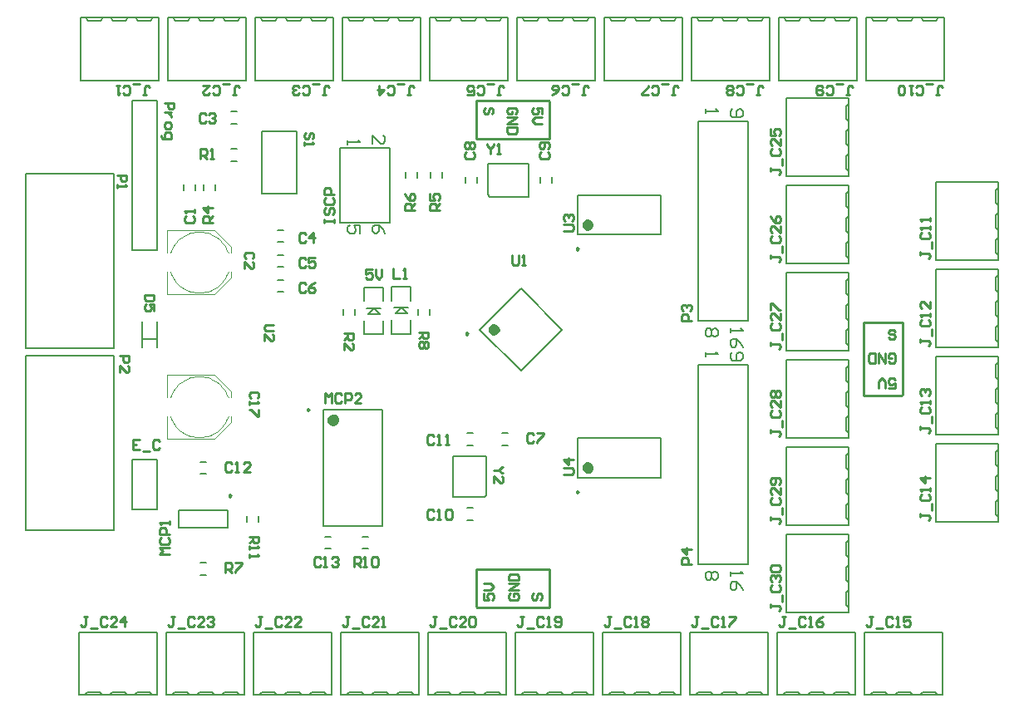
<source format=gto>
G04 Layer_Color=65535*
%FSLAX25Y25*%
%MOIN*%
G70*
G01*
G75*
%ADD26C,0.01000*%
%ADD33C,0.00400*%
%ADD34C,0.02362*%
%ADD35C,0.00984*%
%ADD36C,0.00394*%
%ADD37C,0.00787*%
%ADD38C,0.00600*%
%ADD39C,0.00800*%
D26*
X183000Y38000D02*
Y53000D01*
Y38000D02*
X183500Y37500D01*
X212500D01*
Y53000D01*
X183000D02*
X212500D01*
X338500Y122500D02*
Y152000D01*
X354000D01*
Y123000D02*
Y152000D01*
X353500Y122500D02*
X354000Y123000D01*
X338500Y122500D02*
X353500D01*
X183000Y225500D02*
X212500D01*
X183000D02*
Y241000D01*
X212000D01*
X212500Y240500D01*
Y225500D02*
Y240500D01*
X39000Y211000D02*
X42936D01*
Y209032D01*
X42280Y208376D01*
X40968D01*
X40312Y209032D01*
Y211000D01*
X39000Y207064D02*
Y205752D01*
Y206408D01*
X42936D01*
X42280Y207064D01*
X301064Y38706D02*
Y37394D01*
Y38050D01*
X304344D01*
X305000Y37394D01*
Y36739D01*
X304344Y36083D01*
X305656Y40018D02*
Y42642D01*
X301720Y46578D02*
X301064Y45922D01*
Y44610D01*
X301720Y43954D01*
X304344D01*
X305000Y44610D01*
Y45922D01*
X304344Y46578D01*
X301720Y47890D02*
X301064Y48546D01*
Y49858D01*
X301720Y50514D01*
X302376D01*
X303032Y49858D01*
Y49202D01*
Y49858D01*
X303688Y50514D01*
X304344D01*
X305000Y49858D01*
Y48546D01*
X304344Y47890D01*
X301720Y51826D02*
X301064Y52482D01*
Y53793D01*
X301720Y54449D01*
X304344D01*
X305000Y53793D01*
Y52482D01*
X304344Y51826D01*
X301720D01*
X301064Y73706D02*
Y72395D01*
Y73050D01*
X304344D01*
X305000Y72395D01*
Y71739D01*
X304344Y71083D01*
X305656Y75018D02*
Y77642D01*
X301720Y81578D02*
X301064Y80922D01*
Y79610D01*
X301720Y78954D01*
X304344D01*
X305000Y79610D01*
Y80922D01*
X304344Y81578D01*
X305000Y85514D02*
Y82890D01*
X302376Y85514D01*
X301720D01*
X301064Y84858D01*
Y83546D01*
X301720Y82890D01*
X304344Y86826D02*
X305000Y87481D01*
Y88793D01*
X304344Y89449D01*
X301720D01*
X301064Y88793D01*
Y87481D01*
X301720Y86826D01*
X302376D01*
X303032Y87481D01*
Y89449D01*
X301064Y108706D02*
Y107395D01*
Y108051D01*
X304344D01*
X305000Y107395D01*
Y106739D01*
X304344Y106083D01*
X305656Y110018D02*
Y112642D01*
X301720Y116578D02*
X301064Y115922D01*
Y114610D01*
X301720Y113954D01*
X304344D01*
X305000Y114610D01*
Y115922D01*
X304344Y116578D01*
X305000Y120514D02*
Y117890D01*
X302376Y120514D01*
X301720D01*
X301064Y119858D01*
Y118546D01*
X301720Y117890D01*
Y121826D02*
X301064Y122482D01*
Y123793D01*
X301720Y124449D01*
X302376D01*
X303032Y123793D01*
X303688Y124449D01*
X304344D01*
X305000Y123793D01*
Y122482D01*
X304344Y121826D01*
X303688D01*
X303032Y122482D01*
X302376Y121826D01*
X301720D01*
X303032Y122482D02*
Y123793D01*
X301064Y143706D02*
Y142394D01*
Y143051D01*
X304344D01*
X305000Y142394D01*
Y141739D01*
X304344Y141083D01*
X305656Y145018D02*
Y147642D01*
X301720Y151578D02*
X301064Y150922D01*
Y149610D01*
X301720Y148954D01*
X304344D01*
X305000Y149610D01*
Y150922D01*
X304344Y151578D01*
X305000Y155514D02*
Y152890D01*
X302376Y155514D01*
X301720D01*
X301064Y154858D01*
Y153546D01*
X301720Y152890D01*
X301064Y156826D02*
Y159449D01*
X301720D01*
X304344Y156826D01*
X305000D01*
X301064Y178706D02*
Y177394D01*
Y178050D01*
X304344D01*
X305000Y177394D01*
Y176739D01*
X304344Y176083D01*
X305656Y180018D02*
Y182642D01*
X301720Y186578D02*
X301064Y185922D01*
Y184610D01*
X301720Y183954D01*
X304344D01*
X305000Y184610D01*
Y185922D01*
X304344Y186578D01*
X305000Y190514D02*
Y187890D01*
X302376Y190514D01*
X301720D01*
X301064Y189858D01*
Y188546D01*
X301720Y187890D01*
X301064Y194449D02*
X301720Y193138D01*
X303032Y191826D01*
X304344D01*
X305000Y192482D01*
Y193793D01*
X304344Y194449D01*
X303688D01*
X303032Y193793D01*
Y191826D01*
X301064Y213706D02*
Y212394D01*
Y213051D01*
X304344D01*
X305000Y212394D01*
Y211739D01*
X304344Y211083D01*
X305656Y215018D02*
Y217642D01*
X301720Y221578D02*
X301064Y220922D01*
Y219610D01*
X301720Y218954D01*
X304344D01*
X305000Y219610D01*
Y220922D01*
X304344Y221578D01*
X305000Y225514D02*
Y222890D01*
X302376Y225514D01*
X301720D01*
X301064Y224858D01*
Y223546D01*
X301720Y222890D01*
X301064Y229449D02*
Y226826D01*
X303032D01*
X302376Y228137D01*
Y228793D01*
X303032Y229449D01*
X304344D01*
X305000Y228793D01*
Y227482D01*
X304344Y226826D01*
X27124Y33936D02*
X25812D01*
X26468D01*
Y30656D01*
X25812Y30000D01*
X25156D01*
X24500Y30656D01*
X28436Y29344D02*
X31060D01*
X34995Y33280D02*
X34339Y33936D01*
X33027D01*
X32372Y33280D01*
Y30656D01*
X33027Y30000D01*
X34339D01*
X34995Y30656D01*
X38931Y30000D02*
X36307D01*
X38931Y32624D01*
Y33280D01*
X38275Y33936D01*
X36963D01*
X36307Y33280D01*
X42211Y30000D02*
Y33936D01*
X40243Y31968D01*
X42867D01*
X62124Y33936D02*
X60812D01*
X61468D01*
Y30656D01*
X60812Y30000D01*
X60156D01*
X59500Y30656D01*
X63436Y29344D02*
X66060D01*
X69995Y33280D02*
X69339Y33936D01*
X68027D01*
X67371Y33280D01*
Y30656D01*
X68027Y30000D01*
X69339D01*
X69995Y30656D01*
X73931Y30000D02*
X71307D01*
X73931Y32624D01*
Y33280D01*
X73275Y33936D01*
X71963D01*
X71307Y33280D01*
X75243D02*
X75899Y33936D01*
X77211D01*
X77867Y33280D01*
Y32624D01*
X77211Y31968D01*
X76555D01*
X77211D01*
X77867Y31312D01*
Y30656D01*
X77211Y30000D01*
X75899D01*
X75243Y30656D01*
X97124Y33936D02*
X95812D01*
X96468D01*
Y30656D01*
X95812Y30000D01*
X95156D01*
X94500Y30656D01*
X98436Y29344D02*
X101060D01*
X104995Y33280D02*
X104339Y33936D01*
X103027D01*
X102372Y33280D01*
Y30656D01*
X103027Y30000D01*
X104339D01*
X104995Y30656D01*
X108931Y30000D02*
X106307D01*
X108931Y32624D01*
Y33280D01*
X108275Y33936D01*
X106963D01*
X106307Y33280D01*
X112867Y30000D02*
X110243D01*
X112867Y32624D01*
Y33280D01*
X112211Y33936D01*
X110899D01*
X110243Y33280D01*
X132124Y33936D02*
X130812D01*
X131468D01*
Y30656D01*
X130812Y30000D01*
X130156D01*
X129500Y30656D01*
X133436Y29344D02*
X136060D01*
X139995Y33280D02*
X139339Y33936D01*
X138027D01*
X137372Y33280D01*
Y30656D01*
X138027Y30000D01*
X139339D01*
X139995Y30656D01*
X143931Y30000D02*
X141307D01*
X143931Y32624D01*
Y33280D01*
X143275Y33936D01*
X141963D01*
X141307Y33280D01*
X145243Y30000D02*
X146555D01*
X145899D01*
Y33936D01*
X145243Y33280D01*
X167124Y33936D02*
X165812D01*
X166468D01*
Y30656D01*
X165812Y30000D01*
X165156D01*
X164500Y30656D01*
X168436Y29344D02*
X171060D01*
X174995Y33280D02*
X174339Y33936D01*
X173027D01*
X172371Y33280D01*
Y30656D01*
X173027Y30000D01*
X174339D01*
X174995Y30656D01*
X178931Y30000D02*
X176307D01*
X178931Y32624D01*
Y33280D01*
X178275Y33936D01*
X176963D01*
X176307Y33280D01*
X180243D02*
X180899Y33936D01*
X182211D01*
X182867Y33280D01*
Y30656D01*
X182211Y30000D01*
X180899D01*
X180243Y30656D01*
Y33280D01*
X202124Y33936D02*
X200812D01*
X201468D01*
Y30656D01*
X200812Y30000D01*
X200156D01*
X199500Y30656D01*
X203436Y29344D02*
X206060D01*
X209995Y33280D02*
X209339Y33936D01*
X208027D01*
X207371Y33280D01*
Y30656D01*
X208027Y30000D01*
X209339D01*
X209995Y30656D01*
X211307Y30000D02*
X212619D01*
X211963D01*
Y33936D01*
X211307Y33280D01*
X214587Y30656D02*
X215243Y30000D01*
X216555D01*
X217211Y30656D01*
Y33280D01*
X216555Y33936D01*
X215243D01*
X214587Y33280D01*
Y32624D01*
X215243Y31968D01*
X217211D01*
X237124Y33936D02*
X235812D01*
X236468D01*
Y30656D01*
X235812Y30000D01*
X235156D01*
X234500Y30656D01*
X238436Y29344D02*
X241060D01*
X244995Y33280D02*
X244339Y33936D01*
X243027D01*
X242372Y33280D01*
Y30656D01*
X243027Y30000D01*
X244339D01*
X244995Y30656D01*
X246307Y30000D02*
X247619D01*
X246963D01*
Y33936D01*
X246307Y33280D01*
X249587D02*
X250243Y33936D01*
X251555D01*
X252211Y33280D01*
Y32624D01*
X251555Y31968D01*
X252211Y31312D01*
Y30656D01*
X251555Y30000D01*
X250243D01*
X249587Y30656D01*
Y31312D01*
X250243Y31968D01*
X249587Y32624D01*
Y33280D01*
X250243Y31968D02*
X251555D01*
X272124Y33936D02*
X270812D01*
X271468D01*
Y30656D01*
X270812Y30000D01*
X270156D01*
X269500Y30656D01*
X273436Y29344D02*
X276060D01*
X279995Y33280D02*
X279339Y33936D01*
X278027D01*
X277372Y33280D01*
Y30656D01*
X278027Y30000D01*
X279339D01*
X279995Y30656D01*
X281307Y30000D02*
X282619D01*
X281963D01*
Y33936D01*
X281307Y33280D01*
X284587Y33936D02*
X287211D01*
Y33280D01*
X284587Y30656D01*
Y30000D01*
X307124Y33936D02*
X305812D01*
X306468D01*
Y30656D01*
X305812Y30000D01*
X305156D01*
X304500Y30656D01*
X308436Y29344D02*
X311060D01*
X314995Y33280D02*
X314339Y33936D01*
X313027D01*
X312371Y33280D01*
Y30656D01*
X313027Y30000D01*
X314339D01*
X314995Y30656D01*
X316307Y30000D02*
X317619D01*
X316963D01*
Y33936D01*
X316307Y33280D01*
X322211Y33936D02*
X320899Y33280D01*
X319587Y31968D01*
Y30656D01*
X320243Y30000D01*
X321555D01*
X322211Y30656D01*
Y31312D01*
X321555Y31968D01*
X319587D01*
X342124Y33936D02*
X340812D01*
X341468D01*
Y30656D01*
X340812Y30000D01*
X340156D01*
X339500Y30656D01*
X343436Y29344D02*
X346060D01*
X349995Y33280D02*
X349339Y33936D01*
X348027D01*
X347372Y33280D01*
Y30656D01*
X348027Y30000D01*
X349339D01*
X349995Y30656D01*
X351307Y30000D02*
X352619D01*
X351963D01*
Y33936D01*
X351307Y33280D01*
X357211Y33936D02*
X354587D01*
Y31968D01*
X355899Y32624D01*
X356555D01*
X357211Y31968D01*
Y30656D01*
X356555Y30000D01*
X355243D01*
X354587Y30656D01*
X361064Y75124D02*
Y73812D01*
Y74468D01*
X364344D01*
X365000Y73812D01*
Y73156D01*
X364344Y72500D01*
X365656Y76436D02*
Y79060D01*
X361720Y82995D02*
X361064Y82339D01*
Y81027D01*
X361720Y80371D01*
X364344D01*
X365000Y81027D01*
Y82339D01*
X364344Y82995D01*
X365000Y84307D02*
Y85619D01*
Y84963D01*
X361064D01*
X361720Y84307D01*
X365000Y89555D02*
X361064D01*
X363032Y87587D01*
Y90211D01*
X361064Y110124D02*
Y108812D01*
Y109468D01*
X364344D01*
X365000Y108812D01*
Y108156D01*
X364344Y107500D01*
X365656Y111436D02*
Y114060D01*
X361720Y117995D02*
X361064Y117339D01*
Y116027D01*
X361720Y115372D01*
X364344D01*
X365000Y116027D01*
Y117339D01*
X364344Y117995D01*
X365000Y119307D02*
Y120619D01*
Y119963D01*
X361064D01*
X361720Y119307D01*
Y122587D02*
X361064Y123243D01*
Y124555D01*
X361720Y125211D01*
X362376D01*
X363032Y124555D01*
Y123899D01*
Y124555D01*
X363688Y125211D01*
X364344D01*
X365000Y124555D01*
Y123243D01*
X364344Y122587D01*
X361064Y145124D02*
Y143812D01*
Y144468D01*
X364344D01*
X365000Y143812D01*
Y143156D01*
X364344Y142500D01*
X365656Y146436D02*
Y149060D01*
X361720Y152995D02*
X361064Y152339D01*
Y151027D01*
X361720Y150372D01*
X364344D01*
X365000Y151027D01*
Y152339D01*
X364344Y152995D01*
X365000Y154307D02*
Y155619D01*
Y154963D01*
X361064D01*
X361720Y154307D01*
X365000Y160211D02*
Y157587D01*
X362376Y160211D01*
X361720D01*
X361064Y159555D01*
Y158243D01*
X361720Y157587D01*
X361064Y180124D02*
Y178812D01*
Y179468D01*
X364344D01*
X365000Y178812D01*
Y178156D01*
X364344Y177500D01*
X365656Y181436D02*
Y184060D01*
X361720Y187995D02*
X361064Y187339D01*
Y186027D01*
X361720Y185371D01*
X364344D01*
X365000Y186027D01*
Y187339D01*
X364344Y187995D01*
X365000Y189307D02*
Y190619D01*
Y189963D01*
X361064D01*
X361720Y189307D01*
X365000Y192587D02*
Y193899D01*
Y193243D01*
X361064D01*
X361720Y192587D01*
X367376Y243064D02*
X368688D01*
X368032D01*
Y246344D01*
X368688Y247000D01*
X369344D01*
X370000Y246344D01*
X366064Y247656D02*
X363440D01*
X359505Y243720D02*
X360161Y243064D01*
X361473D01*
X362128Y243720D01*
Y246344D01*
X361473Y247000D01*
X360161D01*
X359505Y246344D01*
X358193Y247000D02*
X356881D01*
X357537D01*
Y243064D01*
X358193Y243720D01*
X354913D02*
X354257Y243064D01*
X352945D01*
X352289Y243720D01*
Y246344D01*
X352945Y247000D01*
X354257D01*
X354913Y246344D01*
Y243720D01*
X331376Y243064D02*
X332688D01*
X332032D01*
Y246344D01*
X332688Y247000D01*
X333344D01*
X334000Y246344D01*
X330064Y247656D02*
X327440D01*
X323505Y243720D02*
X324161Y243064D01*
X325473D01*
X326129Y243720D01*
Y246344D01*
X325473Y247000D01*
X324161D01*
X323505Y246344D01*
X322193D02*
X321537Y247000D01*
X320225D01*
X319569Y246344D01*
Y243720D01*
X320225Y243064D01*
X321537D01*
X322193Y243720D01*
Y244376D01*
X321537Y245032D01*
X319569D01*
X295376Y243064D02*
X296688D01*
X296032D01*
Y246344D01*
X296688Y247000D01*
X297344D01*
X298000Y246344D01*
X294064Y247656D02*
X291440D01*
X287505Y243720D02*
X288161Y243064D01*
X289473D01*
X290128Y243720D01*
Y246344D01*
X289473Y247000D01*
X288161D01*
X287505Y246344D01*
X286193Y243720D02*
X285537Y243064D01*
X284225D01*
X283569Y243720D01*
Y244376D01*
X284225Y245032D01*
X283569Y245688D01*
Y246344D01*
X284225Y247000D01*
X285537D01*
X286193Y246344D01*
Y245688D01*
X285537Y245032D01*
X286193Y244376D01*
Y243720D01*
X285537Y245032D02*
X284225D01*
X261376Y243064D02*
X262688D01*
X262032D01*
Y246344D01*
X262688Y247000D01*
X263344D01*
X264000Y246344D01*
X260064Y247656D02*
X257440D01*
X253505Y243720D02*
X254161Y243064D01*
X255473D01*
X256129Y243720D01*
Y246344D01*
X255473Y247000D01*
X254161D01*
X253505Y246344D01*
X252193Y243064D02*
X249569D01*
Y243720D01*
X252193Y246344D01*
Y247000D01*
X225376Y243064D02*
X226688D01*
X226032D01*
Y246344D01*
X226688Y247000D01*
X227344D01*
X228000Y246344D01*
X224064Y247656D02*
X221440D01*
X217505Y243720D02*
X218161Y243064D01*
X219473D01*
X220128Y243720D01*
Y246344D01*
X219473Y247000D01*
X218161D01*
X217505Y246344D01*
X213569Y243064D02*
X214881Y243720D01*
X216193Y245032D01*
Y246344D01*
X215537Y247000D01*
X214225D01*
X213569Y246344D01*
Y245688D01*
X214225Y245032D01*
X216193D01*
X191376Y243064D02*
X192688D01*
X192032D01*
Y246344D01*
X192688Y247000D01*
X193344D01*
X194000Y246344D01*
X190064Y247656D02*
X187440D01*
X183505Y243720D02*
X184161Y243064D01*
X185473D01*
X186128Y243720D01*
Y246344D01*
X185473Y247000D01*
X184161D01*
X183505Y246344D01*
X179569Y243064D02*
X182193D01*
Y245032D01*
X180881Y244376D01*
X180225D01*
X179569Y245032D01*
Y246344D01*
X180225Y247000D01*
X181537D01*
X182193Y246344D01*
X155376Y243064D02*
X156688D01*
X156032D01*
Y246344D01*
X156688Y247000D01*
X157344D01*
X158000Y246344D01*
X154064Y247656D02*
X151440D01*
X147505Y243720D02*
X148161Y243064D01*
X149473D01*
X150128Y243720D01*
Y246344D01*
X149473Y247000D01*
X148161D01*
X147505Y246344D01*
X144225Y247000D02*
Y243064D01*
X146193Y245032D01*
X143569D01*
X121376Y243064D02*
X122688D01*
X122032D01*
Y246344D01*
X122688Y247000D01*
X123344D01*
X124000Y246344D01*
X120064Y247656D02*
X117440D01*
X113505Y243720D02*
X114161Y243064D01*
X115473D01*
X116129Y243720D01*
Y246344D01*
X115473Y247000D01*
X114161D01*
X113505Y246344D01*
X112193Y243720D02*
X111537Y243064D01*
X110225D01*
X109569Y243720D01*
Y244376D01*
X110225Y245032D01*
X110881D01*
X110225D01*
X109569Y245688D01*
Y246344D01*
X110225Y247000D01*
X111537D01*
X112193Y246344D01*
X85376Y243064D02*
X86688D01*
X86032D01*
Y246344D01*
X86688Y247000D01*
X87344D01*
X88000Y246344D01*
X84064Y247656D02*
X81440D01*
X77505Y243720D02*
X78161Y243064D01*
X79473D01*
X80129Y243720D01*
Y246344D01*
X79473Y247000D01*
X78161D01*
X77505Y246344D01*
X73569Y247000D02*
X76193D01*
X73569Y244376D01*
Y243720D01*
X74225Y243064D01*
X75537D01*
X76193Y243720D01*
X49376Y243064D02*
X50688D01*
X50032D01*
Y246344D01*
X50688Y247000D01*
X51344D01*
X52000Y246344D01*
X48064Y247656D02*
X45440D01*
X41505Y243720D02*
X42161Y243064D01*
X43473D01*
X44129Y243720D01*
Y246344D01*
X43473Y247000D01*
X42161D01*
X41505Y246344D01*
X40193Y247000D02*
X38881D01*
X39537D01*
Y243064D01*
X40193Y243720D01*
X193936Y94000D02*
X193280D01*
X191968Y92688D01*
X193280Y91376D01*
X193936D01*
X191968Y92688D02*
X190000D01*
Y87440D02*
Y90064D01*
X192624Y87440D01*
X193280D01*
X193936Y88096D01*
Y89408D01*
X193280Y90064D01*
X187500Y223536D02*
Y222880D01*
X188812Y221568D01*
X190124Y222880D01*
Y223536D01*
X188812Y221568D02*
Y219600D01*
X191436D02*
X192748D01*
X192092D01*
Y223536D01*
X191436Y222880D01*
X117280Y225376D02*
X117936Y226032D01*
Y227344D01*
X117280Y228000D01*
X116624D01*
X115968Y227344D01*
Y226032D01*
X115312Y225376D01*
X114656D01*
X114000Y226032D01*
Y227344D01*
X114656Y228000D01*
X114000Y224064D02*
Y222752D01*
Y223408D01*
X117936D01*
X117280Y224064D01*
X92000Y66000D02*
X95936D01*
Y64032D01*
X95280Y63376D01*
X93968D01*
X93312Y64032D01*
Y66000D01*
Y64688D02*
X92000Y63376D01*
Y62064D02*
Y60752D01*
Y61408D01*
X95936D01*
X95280Y62064D01*
X92000Y58785D02*
Y57473D01*
Y58128D01*
X95936D01*
X95280Y58785D01*
X134000Y54000D02*
Y57936D01*
X135968D01*
X136624Y57280D01*
Y55968D01*
X135968Y55312D01*
X134000D01*
X135312D02*
X136624Y54000D01*
X137936D02*
X139248D01*
X138592D01*
Y57936D01*
X137936Y57280D01*
X141216D02*
X141872Y57936D01*
X143183D01*
X143839Y57280D01*
Y54656D01*
X143183Y54000D01*
X141872D01*
X141216Y54656D01*
Y57280D01*
X160000Y148000D02*
X163936D01*
Y146032D01*
X163280Y145376D01*
X161968D01*
X161312Y146032D01*
Y148000D01*
Y146688D02*
X160000Y145376D01*
X163280Y144064D02*
X163936Y143408D01*
Y142096D01*
X163280Y141440D01*
X162624D01*
X161968Y142096D01*
X161312Y141440D01*
X160656D01*
X160000Y142096D01*
Y143408D01*
X160656Y144064D01*
X161312D01*
X161968Y143408D01*
X162624Y144064D01*
X163280D01*
X161968Y143408D02*
Y142096D01*
X82500Y51500D02*
Y55436D01*
X84468D01*
X85124Y54780D01*
Y53468D01*
X84468Y52812D01*
X82500D01*
X83812D02*
X85124Y51500D01*
X86436Y55436D02*
X89060D01*
Y54780D01*
X86436Y52156D01*
Y51500D01*
X158500Y197000D02*
X154564D01*
Y198968D01*
X155220Y199624D01*
X156532D01*
X157188Y198968D01*
Y197000D01*
Y198312D02*
X158500Y199624D01*
X154564Y203560D02*
X155220Y202248D01*
X156532Y200936D01*
X157844D01*
X158500Y201592D01*
Y202904D01*
X157844Y203560D01*
X157188D01*
X156532Y202904D01*
Y200936D01*
X168500Y197000D02*
X164564D01*
Y198968D01*
X165220Y199624D01*
X166532D01*
X167188Y198968D01*
Y197000D01*
Y198312D02*
X168500Y199624D01*
X164564Y203560D02*
Y200936D01*
X166532D01*
X165876Y202248D01*
Y202904D01*
X166532Y203560D01*
X167844D01*
X168500Y202904D01*
Y201592D01*
X167844Y200936D01*
X77500Y192000D02*
X73564D01*
Y193968D01*
X74220Y194624D01*
X75532D01*
X76188Y193968D01*
Y192000D01*
Y193312D02*
X77500Y194624D01*
Y197904D02*
X73564D01*
X75532Y195936D01*
Y198560D01*
X130000Y147500D02*
X133936D01*
Y145532D01*
X133280Y144876D01*
X131968D01*
X131312Y145532D01*
Y147500D01*
Y146188D02*
X130000Y144876D01*
Y140940D02*
Y143564D01*
X132624Y140940D01*
X133280D01*
X133936Y141596D01*
Y142908D01*
X133280Y143564D01*
X72500Y217500D02*
Y221436D01*
X74468D01*
X75124Y220780D01*
Y219468D01*
X74468Y218812D01*
X72500D01*
X73812D02*
X75124Y217500D01*
X76436D02*
X77748D01*
X77092D01*
Y221436D01*
X76436Y220780D01*
X40000Y138500D02*
X43936D01*
Y136532D01*
X43280Y135876D01*
X41968D01*
X41312Y136532D01*
Y138500D01*
X40000Y131940D02*
Y134564D01*
X42624Y131940D01*
X43280D01*
X43936Y132596D01*
Y133908D01*
X43280Y134564D01*
X122500Y119500D02*
Y123436D01*
X123812Y122124D01*
X125124Y123436D01*
Y119500D01*
X129060Y122780D02*
X128404Y123436D01*
X127092D01*
X126436Y122780D01*
Y120156D01*
X127092Y119500D01*
X128404D01*
X129060Y120156D01*
X130371Y119500D02*
Y123436D01*
X132339D01*
X132995Y122780D01*
Y121468D01*
X132339Y120812D01*
X130371D01*
X136931Y119500D02*
X134307D01*
X136931Y122124D01*
Y122780D01*
X136275Y123436D01*
X134963D01*
X134307Y122780D01*
X60000Y59000D02*
X56064D01*
X57376Y60312D01*
X56064Y61624D01*
X60000D01*
X56720Y65560D02*
X56064Y64904D01*
Y63592D01*
X56720Y62936D01*
X59344D01*
X60000Y63592D01*
Y64904D01*
X59344Y65560D01*
X60000Y66872D02*
X56064D01*
Y68839D01*
X56720Y69495D01*
X58032D01*
X58688Y68839D01*
Y66872D01*
X60000Y70807D02*
Y72119D01*
Y71463D01*
X56064D01*
X56720Y70807D01*
X149700Y173436D02*
Y169500D01*
X152324D01*
X153636D02*
X154948D01*
X154292D01*
Y173436D01*
X153636Y172780D01*
X122064Y192000D02*
Y193312D01*
Y192656D01*
X126000D01*
Y192000D01*
Y193312D01*
X122720Y197904D02*
X122064Y197248D01*
Y195936D01*
X122720Y195280D01*
X123376D01*
X124032Y195936D01*
Y197248D01*
X124688Y197904D01*
X125344D01*
X126000Y197248D01*
Y195936D01*
X125344Y195280D01*
X122720Y201839D02*
X122064Y201183D01*
Y199872D01*
X122720Y199215D01*
X125344D01*
X126000Y199872D01*
Y201183D01*
X125344Y201839D01*
X126000Y203151D02*
X122064D01*
Y205119D01*
X122720Y205775D01*
X124032D01*
X124688Y205119D01*
Y203151D01*
X120624Y57280D02*
X119968Y57936D01*
X118656D01*
X118000Y57280D01*
Y54656D01*
X118656Y54000D01*
X119968D01*
X120624Y54656D01*
X121936Y54000D02*
X123248D01*
X122592D01*
Y57936D01*
X121936Y57280D01*
X125215D02*
X125872Y57936D01*
X127183D01*
X127839Y57280D01*
Y56624D01*
X127183Y55968D01*
X126527D01*
X127183D01*
X127839Y55312D01*
Y54656D01*
X127183Y54000D01*
X125872D01*
X125215Y54656D01*
X85124Y95280D02*
X84468Y95936D01*
X83156D01*
X82500Y95280D01*
Y92656D01*
X83156Y92000D01*
X84468D01*
X85124Y92656D01*
X86436Y92000D02*
X87748D01*
X87092D01*
Y95936D01*
X86436Y95280D01*
X92339Y92000D02*
X89715D01*
X92339Y94624D01*
Y95280D01*
X91683Y95936D01*
X90372D01*
X89715Y95280D01*
X166124Y106280D02*
X165468Y106936D01*
X164156D01*
X163500Y106280D01*
Y103656D01*
X164156Y103000D01*
X165468D01*
X166124Y103656D01*
X167436Y103000D02*
X168748D01*
X168092D01*
Y106936D01*
X167436Y106280D01*
X170715Y103000D02*
X172027D01*
X171371D01*
Y106936D01*
X170715Y106280D01*
X166124Y76280D02*
X165468Y76936D01*
X164156D01*
X163500Y76280D01*
Y73656D01*
X164156Y73000D01*
X165468D01*
X166124Y73656D01*
X167436Y73000D02*
X168748D01*
X168092D01*
Y76936D01*
X167436Y76280D01*
X170715D02*
X171371Y76936D01*
X172683D01*
X173339Y76280D01*
Y73656D01*
X172683Y73000D01*
X171371D01*
X170715Y73656D01*
Y76280D01*
X209220Y220124D02*
X208564Y219468D01*
Y218156D01*
X209220Y217500D01*
X211844D01*
X212500Y218156D01*
Y219468D01*
X211844Y220124D01*
Y221436D02*
X212500Y222092D01*
Y223404D01*
X211844Y224060D01*
X209220D01*
X208564Y223404D01*
Y222092D01*
X209220Y221436D01*
X209876D01*
X210532Y222092D01*
Y224060D01*
X179220Y220124D02*
X178564Y219468D01*
Y218156D01*
X179220Y217500D01*
X181844D01*
X182500Y218156D01*
Y219468D01*
X181844Y220124D01*
X179220Y221436D02*
X178564Y222092D01*
Y223404D01*
X179220Y224060D01*
X179876D01*
X180532Y223404D01*
X181188Y224060D01*
X181844D01*
X182500Y223404D01*
Y222092D01*
X181844Y221436D01*
X181188D01*
X180532Y222092D01*
X179876Y221436D01*
X179220D01*
X180532Y222092D02*
Y223404D01*
X206124Y106780D02*
X205468Y107436D01*
X204156D01*
X203500Y106780D01*
Y104156D01*
X204156Y103500D01*
X205468D01*
X206124Y104156D01*
X207436Y107436D02*
X210060D01*
Y106780D01*
X207436Y104156D01*
Y103500D01*
X114624Y167280D02*
X113968Y167936D01*
X112656D01*
X112000Y167280D01*
Y164656D01*
X112656Y164000D01*
X113968D01*
X114624Y164656D01*
X118560Y167936D02*
X117248Y167280D01*
X115936Y165968D01*
Y164656D01*
X116592Y164000D01*
X117904D01*
X118560Y164656D01*
Y165312D01*
X117904Y165968D01*
X115936D01*
X114624Y177280D02*
X113968Y177936D01*
X112656D01*
X112000Y177280D01*
Y174656D01*
X112656Y174000D01*
X113968D01*
X114624Y174656D01*
X118560Y177936D02*
X115936D01*
Y175968D01*
X117248Y176624D01*
X117904D01*
X118560Y175968D01*
Y174656D01*
X117904Y174000D01*
X116592D01*
X115936Y174656D01*
X114624Y187280D02*
X113968Y187936D01*
X112656D01*
X112000Y187280D01*
Y184656D01*
X112656Y184000D01*
X113968D01*
X114624Y184656D01*
X117904Y184000D02*
Y187936D01*
X115936Y185968D01*
X118560D01*
X74624Y235280D02*
X73968Y235936D01*
X72656D01*
X72000Y235280D01*
Y232656D01*
X72656Y232000D01*
X73968D01*
X74624Y232656D01*
X75936Y235280D02*
X76592Y235936D01*
X77904D01*
X78560Y235280D01*
Y234624D01*
X77904Y233968D01*
X77248D01*
X77904D01*
X78560Y233312D01*
Y232656D01*
X77904Y232000D01*
X76592D01*
X75936Y232656D01*
X93280Y177376D02*
X93936Y178032D01*
Y179344D01*
X93280Y180000D01*
X90656D01*
X90000Y179344D01*
Y178032D01*
X90656Y177376D01*
X90000Y173440D02*
Y176064D01*
X92624Y173440D01*
X93280D01*
X93936Y174096D01*
Y175408D01*
X93280Y176064D01*
X66720Y194624D02*
X66064Y193968D01*
Y192656D01*
X66720Y192000D01*
X69344D01*
X70000Y192656D01*
Y193968D01*
X69344Y194624D01*
X70000Y195936D02*
Y197248D01*
Y196592D01*
X66064D01*
X66720Y195936D01*
X141324Y173236D02*
X138700D01*
Y171268D01*
X140012Y171924D01*
X140668D01*
X141324Y171268D01*
Y169956D01*
X140668Y169300D01*
X139356D01*
X138700Y169956D01*
X142636Y173236D02*
Y170612D01*
X143948Y169300D01*
X145260Y170612D01*
Y173236D01*
X269500Y152467D02*
X265564D01*
Y154435D01*
X266220Y155091D01*
X267532D01*
X268188Y154435D01*
Y152467D01*
X266220Y156403D02*
X265564Y157059D01*
Y158371D01*
X266220Y159027D01*
X266876D01*
X267532Y158371D01*
Y157715D01*
Y158371D01*
X268188Y159027D01*
X268844D01*
X269500Y158371D01*
Y157059D01*
X268844Y156403D01*
X269500Y54967D02*
X265564D01*
Y56935D01*
X266220Y57591D01*
X267532D01*
X268188Y56935D01*
Y54967D01*
X269500Y60871D02*
X265564D01*
X267532Y58903D01*
Y61527D01*
X197500Y178936D02*
Y175656D01*
X198156Y175000D01*
X199468D01*
X200124Y175656D01*
Y178936D01*
X201436Y175000D02*
X202748D01*
X202092D01*
Y178936D01*
X201436Y178280D01*
X218064Y188500D02*
X221344D01*
X222000Y189156D01*
Y190468D01*
X221344Y191124D01*
X218064D01*
X218720Y192436D02*
X218064Y193092D01*
Y194404D01*
X218720Y195060D01*
X219376D01*
X220032Y194404D01*
Y193748D01*
Y194404D01*
X220688Y195060D01*
X221344D01*
X222000Y194404D01*
Y193092D01*
X221344Y192436D01*
X218064Y91000D02*
X221344D01*
X222000Y91656D01*
Y92968D01*
X221344Y93624D01*
X218064D01*
X222000Y96904D02*
X218064D01*
X220032Y94936D01*
Y97560D01*
X95280Y121376D02*
X95936Y122032D01*
Y123344D01*
X95280Y124000D01*
X92656D01*
X92000Y123344D01*
Y122032D01*
X92656Y121376D01*
X92000Y120064D02*
Y118752D01*
Y119408D01*
X95936D01*
X95280Y120064D01*
X95936Y116785D02*
Y114161D01*
X95280D01*
X92656Y116785D01*
X92000D01*
X53936Y163000D02*
X50000D01*
Y161032D01*
X50656Y160376D01*
X53280D01*
X53936Y161032D01*
Y163000D01*
Y156440D02*
Y159064D01*
X51968D01*
X52624Y157752D01*
Y157096D01*
X51968Y156440D01*
X50656D01*
X50000Y157096D01*
Y158408D01*
X50656Y159064D01*
X48224Y104936D02*
X45600D01*
Y101000D01*
X48224D01*
X45600Y102968D02*
X46912D01*
X49536Y100344D02*
X52160D01*
X56095Y104280D02*
X55439Y104936D01*
X54127D01*
X53471Y104280D01*
Y101656D01*
X54127Y101000D01*
X55439D01*
X56095Y101656D01*
X58000Y240000D02*
X61936D01*
Y238032D01*
X61280Y237376D01*
X59968D01*
X59312Y238032D01*
Y240000D01*
X60624Y236064D02*
X58000D01*
X59312D01*
X59968Y235408D01*
X60624Y234752D01*
Y234096D01*
X58000Y231473D02*
Y230161D01*
X58656Y229505D01*
X59968D01*
X60624Y230161D01*
Y231473D01*
X59968Y232129D01*
X58656D01*
X58000Y231473D01*
X56688Y226881D02*
Y226225D01*
X57344Y225569D01*
X60624D01*
Y227537D01*
X59968Y228193D01*
X58656D01*
X58000Y227537D01*
Y225569D01*
X101936Y151000D02*
X98656D01*
X98000Y150344D01*
Y149032D01*
X98656Y148376D01*
X101936D01*
X98000Y144440D02*
Y147064D01*
X100624Y144440D01*
X101280D01*
X101936Y145096D01*
Y146408D01*
X101280Y147064D01*
X186064Y43124D02*
Y40500D01*
X188032D01*
X187376Y41812D01*
Y42468D01*
X188032Y43124D01*
X189344D01*
X190000Y42468D01*
Y41156D01*
X189344Y40500D01*
X186064Y44436D02*
X188688D01*
X190000Y45748D01*
X188688Y47060D01*
X186064D01*
X196720Y43124D02*
X196064Y42468D01*
Y41156D01*
X196720Y40500D01*
X199344D01*
X200000Y41156D01*
Y42468D01*
X199344Y43124D01*
X198032D01*
Y41812D01*
X200000Y44436D02*
X196064D01*
X200000Y47060D01*
X196064D01*
Y48371D02*
X200000D01*
Y50339D01*
X199344Y50995D01*
X196720D01*
X196064Y50339D01*
Y48371D01*
X206220Y43124D02*
X205564Y42468D01*
Y41156D01*
X206220Y40500D01*
X206876D01*
X207532Y41156D01*
Y42468D01*
X208188Y43124D01*
X208844D01*
X209500Y42468D01*
Y41156D01*
X208844Y40500D01*
X348376Y145720D02*
X349032Y145064D01*
X350344D01*
X351000Y145720D01*
Y146376D01*
X350344Y147032D01*
X349032D01*
X348376Y147688D01*
Y148344D01*
X349032Y149000D01*
X350344D01*
X351000Y148344D01*
X348376Y136220D02*
X349032Y135564D01*
X350344D01*
X351000Y136220D01*
Y138844D01*
X350344Y139500D01*
X349032D01*
X348376Y138844D01*
Y137532D01*
X349688D01*
X347064Y139500D02*
Y135564D01*
X344440Y139500D01*
Y135564D01*
X343128D02*
Y139500D01*
X341161D01*
X340505Y138844D01*
Y136220D01*
X341161Y135564D01*
X343128D01*
X348376Y125564D02*
X351000D01*
Y127532D01*
X349688Y126876D01*
X349032D01*
X348376Y127532D01*
Y128844D01*
X349032Y129500D01*
X350344D01*
X351000Y128844D01*
X347064Y125564D02*
Y128188D01*
X345752Y129500D01*
X344440Y128188D01*
Y125564D01*
X189280Y235376D02*
X189936Y236032D01*
Y237344D01*
X189280Y238000D01*
X188624D01*
X187968Y237344D01*
Y236032D01*
X187312Y235376D01*
X186656D01*
X186000Y236032D01*
Y237344D01*
X186656Y238000D01*
X198780Y235376D02*
X199436Y236032D01*
Y237344D01*
X198780Y238000D01*
X196156D01*
X195500Y237344D01*
Y236032D01*
X196156Y235376D01*
X197468D01*
Y236688D01*
X195500Y234064D02*
X199436D01*
X195500Y231440D01*
X199436D01*
Y230129D02*
X195500D01*
Y228161D01*
X196156Y227505D01*
X198780D01*
X199436Y228161D01*
Y230129D01*
X209436Y235376D02*
Y238000D01*
X207468D01*
X208124Y236688D01*
Y236032D01*
X207468Y235376D01*
X206156D01*
X205500Y236032D01*
Y237344D01*
X206156Y238000D01*
X209436Y234064D02*
X206812D01*
X205500Y232752D01*
X206812Y231440D01*
X209436D01*
D33*
X60386Y114260D02*
X60728Y113330D01*
X61144Y112431D01*
X61632Y111568D01*
X62188Y110748D01*
X62809Y109975D01*
X63490Y109256D01*
X64228Y108594D01*
X65017Y107994D01*
X65852Y107461D01*
X66728Y106997D01*
X67638Y106605D01*
X68577Y106289D01*
X69539Y106050D01*
X70517Y105889D01*
X71504Y105809D01*
X72496Y105809D01*
X73483Y105889D01*
X74461Y106050D01*
X75423Y106289D01*
X76362Y106605D01*
X77272Y106997D01*
X78148Y107461D01*
X78983Y107994D01*
X79772Y108594D01*
X80510Y109256D01*
X81191Y109975D01*
X81812Y110748D01*
X82368Y111568D01*
X82856Y112430D01*
X83272Y113330D01*
X83614Y114260D01*
Y121740D02*
X83272Y122670D01*
X82856Y123570D01*
X82368Y124432D01*
X81812Y125252D01*
X81191Y126025D01*
X80510Y126744D01*
X79772Y127406D01*
X78983Y128006D01*
X78148Y128539D01*
X77272Y129003D01*
X76362Y129395D01*
X75423Y129711D01*
X74461Y129950D01*
X73483Y130111D01*
X72496Y130191D01*
X71504D01*
X70517Y130111D01*
X69539Y129950D01*
X68577Y129711D01*
X67638Y129395D01*
X66728Y129003D01*
X65852Y128539D01*
X65017Y128006D01*
X64228Y127406D01*
X63490Y126744D01*
X62809Y126025D01*
X62188Y125252D01*
X61632Y124432D01*
X61144Y123570D01*
X60728Y122670D01*
X60386Y121740D01*
X83614Y179740D02*
X83272Y180670D01*
X82856Y181570D01*
X82368Y182432D01*
X81812Y183252D01*
X81191Y184025D01*
X80510Y184744D01*
X79772Y185406D01*
X78983Y186005D01*
X78148Y186539D01*
X77272Y187003D01*
X76362Y187395D01*
X75423Y187711D01*
X74461Y187951D01*
X73483Y188111D01*
X72496Y188191D01*
X71504D01*
X70517Y188111D01*
X69539Y187951D01*
X68577Y187711D01*
X67638Y187395D01*
X66728Y187003D01*
X65852Y186539D01*
X65017Y186005D01*
X64228Y185406D01*
X63490Y184744D01*
X62809Y184025D01*
X62188Y183252D01*
X61632Y182432D01*
X61144Y181570D01*
X60728Y180670D01*
X60386Y179740D01*
Y172260D02*
X60728Y171330D01*
X61144Y170431D01*
X61632Y169568D01*
X62188Y168748D01*
X62809Y167975D01*
X63490Y167256D01*
X64228Y166594D01*
X65017Y165995D01*
X65852Y165461D01*
X66728Y164997D01*
X67638Y164605D01*
X68577Y164289D01*
X69539Y164049D01*
X70517Y163889D01*
X71504Y163809D01*
X72496Y163809D01*
X73483Y163889D01*
X74461Y164049D01*
X75423Y164289D01*
X76362Y164605D01*
X77272Y164997D01*
X78148Y165461D01*
X78983Y165995D01*
X79772Y166594D01*
X80510Y167256D01*
X81191Y167975D01*
X81812Y168748D01*
X82368Y169568D01*
X82856Y170430D01*
X83272Y171330D01*
X83614Y172260D01*
X59205Y105205D02*
Y114260D01*
Y105205D02*
X78102D01*
X84795Y111898D01*
Y114260D01*
Y121740D02*
Y124102D01*
X78102Y130795D02*
X84795Y124102D01*
X59205Y130795D02*
X78102D01*
X59205Y121740D02*
Y130795D01*
Y179740D02*
Y188795D01*
X78102D01*
X84795Y182102D01*
Y179740D02*
Y182102D01*
Y169898D02*
Y172260D01*
X78102Y163205D02*
X84795Y169898D01*
X59205Y163205D02*
X78102D01*
X59205D02*
Y172260D01*
D34*
X126807Y112791D02*
X126362Y113715D01*
X125363Y113943D01*
X124562Y113304D01*
Y112279D01*
X125363Y111640D01*
X126362Y111868D01*
X126807Y112791D01*
X191324Y149000D02*
X190879Y149923D01*
X189880Y150152D01*
X189079Y149513D01*
Y148488D01*
X189880Y147848D01*
X190879Y148077D01*
X191324Y149000D01*
X228886Y191063D02*
X228441Y191986D01*
X227442Y192215D01*
X226641Y191576D01*
Y190550D01*
X227442Y189911D01*
X228441Y190140D01*
X228886Y191063D01*
Y93563D02*
X228441Y94486D01*
X227442Y94714D01*
X226641Y94076D01*
Y93050D01*
X227442Y92412D01*
X228441Y92640D01*
X228886Y93563D01*
D35*
X116079Y116847D02*
X115341Y117273D01*
Y116420D01*
X116079Y116847D01*
X84839Y82449D02*
X84100Y82875D01*
Y82023D01*
X84839Y82449D01*
X179708Y147399D02*
X178970Y147826D01*
Y146973D01*
X179708Y147399D01*
X224063Y181417D02*
X223325Y181843D01*
Y180991D01*
X224063Y181417D01*
Y83917D02*
X223325Y84343D01*
Y83491D01*
X224063Y83917D01*
D36*
X187535Y201913D02*
D03*
X187784Y81339D02*
D03*
D37*
X46500Y274098D02*
X47500Y273000D01*
X52500D02*
X53500Y274098D01*
X47500Y273000D02*
X52500D01*
X37500D02*
X42500D01*
X43500Y274098D01*
X36500D02*
X37500Y273000D01*
X26500Y274098D02*
X27500Y273000D01*
X32500D02*
X33500Y274098D01*
X27500Y273000D02*
X32500D01*
X24764Y248902D02*
X55630D01*
Y274098D01*
X24370D02*
X55630D01*
X24370Y248902D02*
Y274098D01*
Y248902D02*
X24764D01*
X81500Y274098D02*
X82500Y273000D01*
X87500D02*
X88500Y274098D01*
X82500Y273000D02*
X87500D01*
X72500D02*
X77500D01*
X78500Y274098D01*
X71500D02*
X72500Y273000D01*
X61500Y274098D02*
X62500Y273000D01*
X67500D02*
X68500Y274098D01*
X62500Y273000D02*
X67500D01*
X59764Y248902D02*
X90630D01*
Y274098D01*
X59370D02*
X90630D01*
X59370Y248902D02*
Y274098D01*
Y248902D02*
X59764D01*
X116500Y274098D02*
X117500Y273000D01*
X122500D02*
X123500Y274098D01*
X117500Y273000D02*
X122500D01*
X107500D02*
X112500D01*
X113500Y274098D01*
X106500D02*
X107500Y273000D01*
X96500Y274098D02*
X97500Y273000D01*
X102500D02*
X103500Y274098D01*
X97500Y273000D02*
X102500D01*
X94764Y248902D02*
X125630D01*
Y274098D01*
X94370D02*
X125630D01*
X94370Y248902D02*
Y274098D01*
Y248902D02*
X94764D01*
X151500Y274098D02*
X152500Y273000D01*
X157500D02*
X158500Y274098D01*
X152500Y273000D02*
X157500D01*
X142500D02*
X147500D01*
X148500Y274098D01*
X141500D02*
X142500Y273000D01*
X131500Y274098D02*
X132500Y273000D01*
X137500D02*
X138500Y274098D01*
X132500Y273000D02*
X137500D01*
X129764Y248902D02*
X160630D01*
Y274098D01*
X129370D02*
X160630D01*
X129370Y248902D02*
Y274098D01*
Y248902D02*
X129764D01*
X326500Y274098D02*
X327500Y273000D01*
X332500D02*
X333500Y274098D01*
X327500Y273000D02*
X332500D01*
X317500D02*
X322500D01*
X323500Y274098D01*
X316500D02*
X317500Y273000D01*
X306500Y274098D02*
X307500Y273000D01*
X312500D02*
X313500Y274098D01*
X307500Y273000D02*
X312500D01*
X304764Y248902D02*
X335630D01*
Y274098D01*
X304370D02*
X335630D01*
X304370Y248902D02*
Y274098D01*
Y248902D02*
X304764D01*
X186500Y274098D02*
X187500Y273000D01*
X192500D02*
X193500Y274098D01*
X187500Y273000D02*
X192500D01*
X177500D02*
X182500D01*
X183500Y274098D01*
X176500D02*
X177500Y273000D01*
X166500Y274098D02*
X167500Y273000D01*
X172500D02*
X173500Y274098D01*
X167500Y273000D02*
X172500D01*
X164764Y248902D02*
X195630D01*
Y274098D01*
X164370D02*
X195630D01*
X164370Y248902D02*
Y274098D01*
Y248902D02*
X164764D01*
X221500Y274098D02*
X222500Y273000D01*
X227500D02*
X228500Y274098D01*
X222500Y273000D02*
X227500D01*
X212500D02*
X217500D01*
X218500Y274098D01*
X211500D02*
X212500Y273000D01*
X201500Y274098D02*
X202500Y273000D01*
X207500D02*
X208500Y274098D01*
X202500Y273000D02*
X207500D01*
X199764Y248902D02*
X230630D01*
Y274098D01*
X199370D02*
X230630D01*
X199370Y248902D02*
Y274098D01*
Y248902D02*
X199764D01*
X256500Y274098D02*
X257500Y273000D01*
X262500D02*
X263500Y274098D01*
X257500Y273000D02*
X262500D01*
X247500D02*
X252500D01*
X253500Y274098D01*
X246500D02*
X247500Y273000D01*
X236500Y274098D02*
X237500Y273000D01*
X242500D02*
X243500Y274098D01*
X237500Y273000D02*
X242500D01*
X234764Y248902D02*
X265630D01*
Y274098D01*
X234370D02*
X265630D01*
X234370Y248902D02*
Y274098D01*
Y248902D02*
X234764D01*
X291500Y274098D02*
X292500Y273000D01*
X297500D02*
X298500Y274098D01*
X292500Y273000D02*
X297500D01*
X282500D02*
X287500D01*
X288500Y274098D01*
X281500D02*
X282500Y273000D01*
X271500Y274098D02*
X272500Y273000D01*
X277500D02*
X278500Y274098D01*
X272500Y273000D02*
X277500D01*
X269764Y248902D02*
X300630D01*
Y274098D01*
X269370D02*
X300630D01*
X269370Y248902D02*
Y274098D01*
Y248902D02*
X269764D01*
X361500Y274098D02*
X362500Y273000D01*
X367500D02*
X368500Y274098D01*
X362500Y273000D02*
X367500D01*
X352500D02*
X357500D01*
X358500Y274098D01*
X351500D02*
X352500Y273000D01*
X341500Y274098D02*
X342500Y273000D01*
X347500D02*
X348500Y274098D01*
X342500Y273000D02*
X347500D01*
X339764Y248902D02*
X370630D01*
Y274098D01*
X339370D02*
X370630D01*
X339370Y248902D02*
Y274098D01*
Y248902D02*
X339764D01*
X45000Y181000D02*
Y241000D01*
X55000Y181000D02*
Y241000D01*
X45000D02*
X55000D01*
X45000Y181000D02*
X55000D01*
X26000Y2402D02*
X27000Y3500D01*
X32000D02*
X33000Y2402D01*
X27000Y3500D02*
X32000D01*
X36000Y2402D02*
X37000Y3500D01*
X42000D02*
X43000Y2402D01*
X46000D02*
X47000Y3500D01*
X37000D02*
X42000D01*
X23870Y2402D02*
Y27598D01*
X54736D01*
X23870Y2402D02*
X55130D01*
X52000Y3500D02*
X53000Y2402D01*
X47000Y3500D02*
X52000D01*
X54736Y27598D02*
X55130D01*
Y2402D02*
Y27598D01*
X61000Y2402D02*
X62000Y3500D01*
X67000D02*
X68000Y2402D01*
X62000Y3500D02*
X67000D01*
X71000Y2402D02*
X72000Y3500D01*
X77000D02*
X78000Y2402D01*
X81000D02*
X82000Y3500D01*
X72000D02*
X77000D01*
X58870Y2402D02*
Y27598D01*
X89736D01*
X58870Y2402D02*
X90130D01*
X87000Y3500D02*
X88000Y2402D01*
X82000Y3500D02*
X87000D01*
X89736Y27598D02*
X90130D01*
Y2402D02*
Y27598D01*
X96000Y2402D02*
X97000Y3500D01*
X102000D02*
X103000Y2402D01*
X97000Y3500D02*
X102000D01*
X106000Y2402D02*
X107000Y3500D01*
X112000D02*
X113000Y2402D01*
X116000D02*
X117000Y3500D01*
X107000D02*
X112000D01*
X93870Y2402D02*
Y27598D01*
X124736D01*
X93870Y2402D02*
X125130D01*
X122000Y3500D02*
X123000Y2402D01*
X117000Y3500D02*
X122000D01*
X124736Y27598D02*
X125130D01*
Y2402D02*
Y27598D01*
X131000Y2402D02*
X132000Y3500D01*
X137000D02*
X138000Y2402D01*
X132000Y3500D02*
X137000D01*
X141000Y2402D02*
X142000Y3500D01*
X147000D02*
X148000Y2402D01*
X151000D02*
X152000Y3500D01*
X142000D02*
X147000D01*
X128870Y2402D02*
Y27598D01*
X159736D01*
X128870Y2402D02*
X160130D01*
X157000Y3500D02*
X158000Y2402D01*
X152000Y3500D02*
X157000D01*
X159736Y27598D02*
X160130D01*
Y2402D02*
Y27598D01*
X166000Y2402D02*
X167000Y3500D01*
X172000D02*
X173000Y2402D01*
X167000Y3500D02*
X172000D01*
X176000Y2402D02*
X177000Y3500D01*
X182000D02*
X183000Y2402D01*
X186000D02*
X187000Y3500D01*
X177000D02*
X182000D01*
X163870Y2402D02*
Y27598D01*
X194736D01*
X163870Y2402D02*
X195130D01*
X192000Y3500D02*
X193000Y2402D01*
X187000Y3500D02*
X192000D01*
X194736Y27598D02*
X195130D01*
Y2402D02*
Y27598D01*
X201000Y2402D02*
X202000Y3500D01*
X207000D02*
X208000Y2402D01*
X202000Y3500D02*
X207000D01*
X211000Y2402D02*
X212000Y3500D01*
X217000D02*
X218000Y2402D01*
X221000D02*
X222000Y3500D01*
X212000D02*
X217000D01*
X198870Y2402D02*
Y27598D01*
X229736D01*
X198870Y2402D02*
X230130D01*
X227000Y3500D02*
X228000Y2402D01*
X222000Y3500D02*
X227000D01*
X229736Y27598D02*
X230130D01*
Y2402D02*
Y27598D01*
X236000Y2402D02*
X237000Y3500D01*
X242000D02*
X243000Y2402D01*
X237000Y3500D02*
X242000D01*
X246000Y2402D02*
X247000Y3500D01*
X252000D02*
X253000Y2402D01*
X256000D02*
X257000Y3500D01*
X247000D02*
X252000D01*
X233870Y2402D02*
Y27598D01*
X264736D01*
X233870Y2402D02*
X265130D01*
X262000Y3500D02*
X263000Y2402D01*
X257000Y3500D02*
X262000D01*
X264736Y27598D02*
X265130D01*
Y2402D02*
Y27598D01*
X271000Y2402D02*
X272000Y3500D01*
X277000D02*
X278000Y2402D01*
X272000Y3500D02*
X277000D01*
X281000Y2402D02*
X282000Y3500D01*
X287000D02*
X288000Y2402D01*
X291000D02*
X292000Y3500D01*
X282000D02*
X287000D01*
X268870Y2402D02*
Y27598D01*
X299736D01*
X268870Y2402D02*
X300130D01*
X297000Y3500D02*
X298000Y2402D01*
X292000Y3500D02*
X297000D01*
X299736Y27598D02*
X300130D01*
Y2402D02*
Y27598D01*
X306000Y2402D02*
X307000Y3500D01*
X312000D02*
X313000Y2402D01*
X307000Y3500D02*
X312000D01*
X316000Y2402D02*
X317000Y3500D01*
X322000D02*
X323000Y2402D01*
X326000D02*
X327000Y3500D01*
X317000D02*
X322000D01*
X303870Y2402D02*
Y27598D01*
X334736D01*
X303870Y2402D02*
X335130D01*
X332000Y3500D02*
X333000Y2402D01*
X327000Y3500D02*
X332000D01*
X334736Y27598D02*
X335130D01*
Y2402D02*
Y27598D01*
X341000Y2402D02*
X342000Y3500D01*
X347000D02*
X348000Y2402D01*
X342000Y3500D02*
X347000D01*
X351000Y2402D02*
X352000Y3500D01*
X357000D02*
X358000Y2402D01*
X361000D02*
X362000Y3500D01*
X352000D02*
X357000D01*
X338870Y2402D02*
Y27598D01*
X369736D01*
X338870Y2402D02*
X370130D01*
X367000Y3500D02*
X368000Y2402D01*
X362000Y3500D02*
X367000D01*
X369736Y27598D02*
X370130D01*
Y2402D02*
Y27598D01*
X331500Y38583D02*
X332598Y37583D01*
X331500Y43583D02*
X332598Y44583D01*
X331500Y38583D02*
Y43583D01*
Y48583D02*
X332598Y47583D01*
X331500Y53583D02*
X332598Y54583D01*
X331500Y58583D02*
X332598Y57583D01*
X331500Y48583D02*
Y53583D01*
X307402Y35453D02*
X332598D01*
X307402D02*
Y66319D01*
X332598Y35453D02*
Y66713D01*
X331500Y63583D02*
X332598Y64583D01*
X331500Y58583D02*
Y63583D01*
X307402Y66319D02*
Y66713D01*
X332598D01*
X331500Y73583D02*
X332598Y72583D01*
X331500Y78583D02*
X332598Y79583D01*
X331500Y73583D02*
Y78583D01*
Y83583D02*
X332598Y82583D01*
X331500Y88583D02*
X332598Y89583D01*
X331500Y93583D02*
X332598Y92583D01*
X331500Y83583D02*
Y88583D01*
X307402Y70453D02*
X332598D01*
X307402D02*
Y101319D01*
X332598Y70453D02*
Y101713D01*
X331500Y98583D02*
X332598Y99583D01*
X331500Y93583D02*
Y98583D01*
X307402Y101319D02*
Y101713D01*
X332598D01*
X331500Y108583D02*
X332598Y107583D01*
X331500Y113583D02*
X332598Y114583D01*
X331500Y108583D02*
Y113583D01*
Y118583D02*
X332598Y117583D01*
X331500Y123583D02*
X332598Y124583D01*
X331500Y128583D02*
X332598Y127583D01*
X331500Y118583D02*
Y123583D01*
X307402Y105453D02*
X332598D01*
X307402D02*
Y136319D01*
X332598Y105453D02*
Y136713D01*
X331500Y133583D02*
X332598Y134583D01*
X331500Y128583D02*
Y133583D01*
X307402Y136319D02*
Y136713D01*
X332598D01*
X331500Y143583D02*
X332598Y142583D01*
X331500Y148583D02*
X332598Y149583D01*
X331500Y143583D02*
Y148583D01*
Y153583D02*
X332598Y152583D01*
X331500Y158583D02*
X332598Y159583D01*
X331500Y163583D02*
X332598Y162583D01*
X331500Y153583D02*
Y158583D01*
X307402Y140453D02*
X332598D01*
X307402D02*
Y171319D01*
X332598Y140453D02*
Y171713D01*
X331500Y168583D02*
X332598Y169583D01*
X331500Y163583D02*
Y168583D01*
X307402Y171319D02*
Y171713D01*
X332598D01*
X331500Y213583D02*
X332598Y212583D01*
X331500Y218583D02*
X332598Y219583D01*
X331500Y213583D02*
Y218583D01*
Y223583D02*
X332598Y222583D01*
X331500Y228583D02*
X332598Y229583D01*
X331500Y233583D02*
X332598Y232583D01*
X331500Y223583D02*
Y228583D01*
X307402Y210453D02*
X332598D01*
X307402D02*
Y241319D01*
X332598Y210453D02*
Y241713D01*
X331500Y238583D02*
X332598Y239583D01*
X331500Y233583D02*
Y238583D01*
X307402Y241319D02*
Y241713D01*
X332598D01*
X331500Y178583D02*
X332598Y177583D01*
X331500Y183583D02*
X332598Y184583D01*
X331500Y178583D02*
Y183583D01*
Y188583D02*
X332598Y187583D01*
X331500Y193583D02*
X332598Y194583D01*
X331500Y198583D02*
X332598Y197583D01*
X331500Y188583D02*
Y193583D01*
X307402Y175453D02*
X332598D01*
X307402D02*
Y206319D01*
X332598Y175453D02*
Y206713D01*
X331500Y203583D02*
X332598Y204583D01*
X331500Y198583D02*
Y203583D01*
X307402Y206319D02*
Y206713D01*
X332598D01*
X292000Y54967D02*
Y134967D01*
X272000Y54967D02*
Y134967D01*
Y54967D02*
X292000D01*
X272000Y134967D02*
X292000D01*
Y152467D02*
Y232467D01*
X272000Y152467D02*
Y232467D01*
Y152467D02*
X292000D01*
X272000Y232467D02*
X292000D01*
X121689Y70272D02*
X145311D01*
X121689Y116728D02*
X145311D01*
Y70272D02*
Y116728D01*
X121689Y70272D02*
Y116728D01*
X128500Y192000D02*
X148500D01*
X128500Y222000D02*
X148500D01*
Y192000D02*
Y222000D01*
X128500Y192000D02*
Y222000D01*
Y192000D02*
Y211167D01*
X391500Y80000D02*
X392598Y81000D01*
X391500Y75000D02*
X392598Y74000D01*
X391500Y75000D02*
Y80000D01*
Y85000D02*
Y90000D01*
Y85000D02*
X392598Y84000D01*
X391500Y90000D02*
X392598Y91000D01*
X391500Y100000D02*
X392598Y101000D01*
X391500Y95000D02*
X392598Y94000D01*
X391500Y95000D02*
Y100000D01*
X367402Y71870D02*
Y102736D01*
Y71870D02*
X392598D01*
Y103130D01*
X367402D02*
X392598D01*
X367402Y102736D02*
Y103130D01*
X391500Y115000D02*
X392598Y116000D01*
X391500Y110000D02*
X392598Y109000D01*
X391500Y110000D02*
Y115000D01*
Y120000D02*
Y125000D01*
Y120000D02*
X392598Y119000D01*
X391500Y125000D02*
X392598Y126000D01*
X391500Y135000D02*
X392598Y136000D01*
X391500Y130000D02*
X392598Y129000D01*
X391500Y130000D02*
Y135000D01*
X367402Y106870D02*
Y137736D01*
Y106870D02*
X392598D01*
Y138130D01*
X367402D02*
X392598D01*
X367402Y137736D02*
Y138130D01*
X391500Y150000D02*
X392598Y151000D01*
X391500Y145000D02*
X392598Y144000D01*
X391500Y145000D02*
Y150000D01*
Y155000D02*
Y160000D01*
Y155000D02*
X392598Y154000D01*
X391500Y160000D02*
X392598Y161000D01*
X391500Y170000D02*
X392598Y171000D01*
X391500Y165000D02*
X392598Y164000D01*
X391500Y165000D02*
Y170000D01*
X367402Y141870D02*
Y172736D01*
Y141870D02*
X392598D01*
Y173130D01*
X367402D02*
X392598D01*
X367402Y172736D02*
Y173130D01*
X391500Y185000D02*
X392598Y186000D01*
X391500Y180000D02*
X392598Y179000D01*
X391500Y180000D02*
Y185000D01*
Y190000D02*
Y195000D01*
Y190000D02*
X392598Y189000D01*
X391500Y195000D02*
X392598Y196000D01*
X391500Y205000D02*
X392598Y206000D01*
X391500Y200000D02*
X392598Y199000D01*
X391500Y200000D02*
Y205000D01*
X367402Y176870D02*
Y207736D01*
Y176870D02*
X392598D01*
Y208130D01*
X367402D02*
X392598D01*
X367402Y207736D02*
Y208130D01*
X45000Y77000D02*
Y97000D01*
Y77000D02*
X55000D01*
Y97000D01*
X45000D02*
X55000D01*
X97000Y203500D02*
X111000D01*
X97000D02*
Y228500D01*
X111000D01*
Y203500D02*
Y228500D01*
X63657Y69457D02*
Y76543D01*
X83342Y69457D02*
Y76543D01*
X63657Y69457D02*
X83342D01*
X63657Y76543D02*
X83342D01*
X2283Y141461D02*
X37716D01*
X2283Y211539D02*
X37716D01*
Y141461D02*
Y211539D01*
X2283Y141461D02*
Y211539D01*
Y68461D02*
X37716D01*
X2283Y138539D02*
X37716D01*
Y68461D02*
Y138539D01*
X2283Y68461D02*
Y138539D01*
X184575Y149000D02*
X201000Y132575D01*
Y165425D02*
X217425Y149000D01*
X184575D02*
X201000Y165425D01*
Y132575D02*
X217425Y149000D01*
X223768Y187126D02*
X257232D01*
X223768Y202874D02*
X257232D01*
X223768Y187126D02*
Y202874D01*
X257232Y187126D02*
Y202874D01*
X223768Y89626D02*
X257232D01*
X223768Y105374D02*
X257232D01*
X223768Y89626D02*
Y105374D01*
X257232Y89626D02*
Y105374D01*
X191669Y202307D02*
X204268D01*
Y215693D01*
X187732D02*
X204268D01*
X187732Y203095D02*
Y215693D01*
Y203095D02*
X188520Y202307D01*
X191669D01*
X187193Y85669D02*
Y98268D01*
X173807D02*
X187193D01*
X173807Y81732D02*
Y98268D01*
Y81732D02*
X186406D01*
X187193Y82520D01*
Y85669D01*
D38*
X103319Y188862D02*
X105681D01*
X103319Y184138D02*
X105681D01*
X103319Y178862D02*
X105681D01*
X103319Y174138D02*
X105681D01*
X103319Y168862D02*
X105681D01*
X103319Y164138D02*
X105681D01*
X159638Y154819D02*
Y157181D01*
X164362Y154819D02*
Y157181D01*
X129638Y154819D02*
Y157181D01*
X134362Y154819D02*
Y157181D01*
X95862Y71819D02*
Y74181D01*
X91138Y71819D02*
Y74181D01*
X137319Y61138D02*
X139681D01*
X137319Y65862D02*
X139681D01*
X72319Y50638D02*
X74681D01*
X72319Y55362D02*
X74681D01*
X154838Y209719D02*
Y212081D01*
X159562Y209719D02*
Y212081D01*
X164638Y209819D02*
Y212181D01*
X169362Y209819D02*
Y212181D01*
X73638Y204819D02*
Y207181D01*
X78362Y204819D02*
Y207181D01*
X84819Y221362D02*
X87181D01*
X84819Y216638D02*
X87181D01*
X122319Y61138D02*
X124681D01*
X122319Y65862D02*
X124681D01*
X72319Y95862D02*
X74681D01*
X72319Y91138D02*
X74681D01*
X179319Y107362D02*
X181681D01*
X179319Y102638D02*
X181681D01*
X179319Y72638D02*
X181681D01*
X179319Y77362D02*
X181681D01*
X213362Y207819D02*
Y210181D01*
X208638Y207819D02*
Y210181D01*
X178638Y207819D02*
Y210181D01*
X183362Y207819D02*
Y210181D01*
X193319Y102638D02*
X195681D01*
X193319Y107362D02*
X195681D01*
X84819Y236362D02*
X87181D01*
X84819Y231638D02*
X87181D01*
X70362Y204819D02*
Y207181D01*
X65638Y204819D02*
Y207181D01*
D39*
X48949Y145031D02*
X55051D01*
Y152118D01*
Y141882D02*
Y145031D01*
X48949D02*
Y152118D01*
Y141882D02*
Y145031D01*
X149063Y147251D02*
Y152763D01*
Y147251D02*
X156937D01*
Y152763D01*
X149063Y160637D02*
Y166149D01*
X156937D01*
Y160637D02*
Y166149D01*
X150244Y157881D02*
X153000D01*
X155756D01*
X150638Y155519D02*
X153000Y157881D01*
X150638Y155519D02*
X155362D01*
X153000Y157881D02*
X155362Y155519D01*
X138063Y147051D02*
Y152563D01*
Y147051D02*
X145937D01*
Y152563D01*
X138063Y160437D02*
Y165949D01*
X145937D01*
Y160437D02*
Y165949D01*
X139244Y157681D02*
X142000D01*
X144756D01*
X139638Y155319D02*
X142000Y157681D01*
X139638Y155319D02*
X144362D01*
X142000Y157681D02*
X144362Y155319D01*
X285000Y51967D02*
Y50301D01*
Y51134D01*
X289998D01*
X289165Y51967D01*
X289998Y44469D02*
X289165Y46136D01*
X287499Y47802D01*
X285833D01*
X285000Y46969D01*
Y45303D01*
X285833Y44469D01*
X286666D01*
X287499Y45303D01*
Y47802D01*
X279165Y51967D02*
X279998Y51134D01*
Y49468D01*
X279165Y48635D01*
X278332D01*
X277499Y49468D01*
X276666Y48635D01*
X275833D01*
X275000Y49468D01*
Y51134D01*
X275833Y51967D01*
X276666D01*
X277499Y51134D01*
X278332Y51967D01*
X279165D01*
X277499Y51134D02*
Y49468D01*
X275000Y139967D02*
Y138301D01*
Y139134D01*
X279998D01*
X279165Y139967D01*
X285833D02*
X285000Y139134D01*
Y137468D01*
X285833Y136635D01*
X289165D01*
X289998Y137468D01*
Y139134D01*
X289165Y139967D01*
X288332D01*
X287499Y139134D01*
Y136635D01*
X285000Y149467D02*
Y147801D01*
Y148634D01*
X289998D01*
X289165Y149467D01*
X289998Y141969D02*
X289165Y143635D01*
X287499Y145302D01*
X285833D01*
X285000Y144469D01*
Y142803D01*
X285833Y141969D01*
X286666D01*
X287499Y142803D01*
Y145302D01*
X279165Y149467D02*
X279998Y148634D01*
Y146968D01*
X279165Y146135D01*
X278332D01*
X277499Y146968D01*
X276666Y146135D01*
X275833D01*
X275000Y146968D01*
Y148634D01*
X275833Y149467D01*
X276666D01*
X277499Y148634D01*
X278332Y149467D01*
X279165D01*
X277499Y148634D02*
Y146968D01*
X275000Y237467D02*
Y235801D01*
Y236634D01*
X279998D01*
X279165Y237467D01*
X285833D02*
X285000Y236634D01*
Y234968D01*
X285833Y234135D01*
X289165D01*
X289998Y234968D01*
Y236634D01*
X289165Y237467D01*
X288332D01*
X287499Y236634D01*
Y234135D01*
X146498Y187668D02*
X145665Y189334D01*
X143999Y191000D01*
X142333D01*
X141500Y190167D01*
Y188501D01*
X142333Y187668D01*
X143166D01*
X143999Y188501D01*
Y191000D01*
X136498Y187668D02*
Y191000D01*
X133999D01*
X134832Y189334D01*
Y188501D01*
X133999Y187668D01*
X132333D01*
X131500Y188501D01*
Y190167D01*
X132333Y191000D01*
X141500Y223668D02*
Y227000D01*
X144832Y223668D01*
X145665D01*
X146498Y224501D01*
Y226167D01*
X145665Y227000D01*
X131500Y225000D02*
Y223334D01*
Y224167D01*
X136498D01*
X135665Y225000D01*
M02*

</source>
